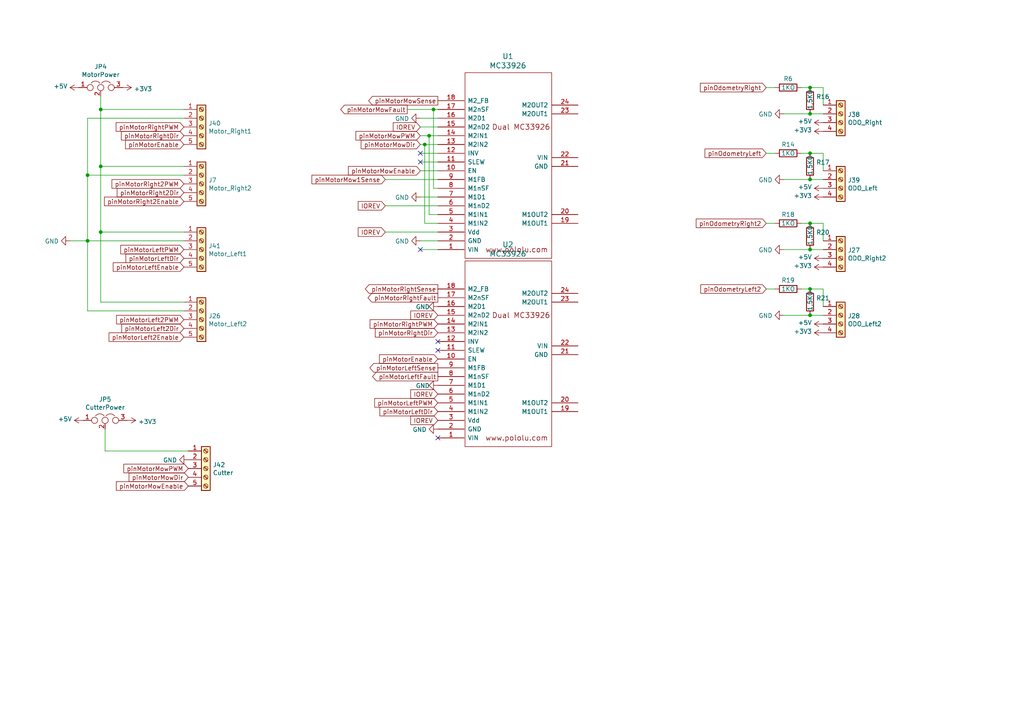
<source format=kicad_sch>
(kicad_sch (version 20210406) (generator eeschema)
  (paper "A4")
  (lib_symbols
    (symbol "Ardumower-rescue:MC33926-Lötpad_2,5mm" (pin_names (offset 1.016))
      (property "Reference" "U" (at -1.27 -24.13 0))
      (property "Value" "MC33926-Lötpad_2,5mm" (at -0.762 27.94 0))
      (symbol "MC33926-Lötpad_2,5mm_0_0"
        (text "Dual MC33926" (at 2.54 16.51 0) (effects (font (size 1.524 1.524))))
        (text "www.pololu.com" (at 1.27 -19.05 0) (effects (font (size 1.524 1.524))))
      )
      (symbol "MC33926-Lötpad_2,5mm_0_1"
        (rectangle (start -13.716 32.258) (end 11.43 -21.59))
      )
      (symbol "MC33926-Lötpad_2,5mm_1_1"
        (pin input line (at -21.59 -19.05 0) (length 7.62) (name "VIN") (number "1"))
        (pin input line (at -21.59 3.81 0) (length 7.62) (name "EN") (number "10"))
        (pin input line (at -21.59 6.35 0) (length 7.62) (name "SLEW") (number "11"))
        (pin input line (at -21.59 8.89 0) (length 7.62) (name "INV") (number "12"))
        (pin input line (at -21.59 11.43 0) (length 7.62) (name "M2IN2") (number "13"))
        (pin input line (at -21.59 13.97 0) (length 7.62) (name "M2IN1") (number "14"))
        (pin input line (at -21.59 16.51 0) (length 7.62) (name "M2nD2") (number "15"))
        (pin input line (at -21.59 19.05 0) (length 7.62) (name "M2D1") (number "16"))
        (pin input line (at -21.59 21.59 0) (length 7.62) (name "M2nSF") (number "17"))
        (pin input line (at -21.59 24.13 0) (length 7.62) (name "M2_FB") (number "18"))
        (pin input line (at 19.05 -11.43 180) (length 7.62) (name "M1OUT1") (number "19"))
        (pin input line (at -21.59 -16.51 0) (length 7.62) (name "GND") (number "2"))
        (pin input line (at 19.05 -8.89 180) (length 7.62) (name "M1OUT2") (number "20"))
        (pin input line (at 19.05 5.08 180) (length 7.62) (name "GND") (number "21"))
        (pin input line (at 19.05 7.62 180) (length 7.62) (name "VIN") (number "22"))
        (pin input line (at 19.05 20.32 180) (length 7.62) (name "M2OUT1") (number "23"))
        (pin input line (at 19.05 22.86 180) (length 7.62) (name "M2OUT2") (number "24"))
        (pin input line (at -21.59 -13.97 0) (length 7.62) (name "Vdd") (number "3"))
        (pin input line (at -21.59 -11.43 0) (length 7.62) (name "M1IN2") (number "4"))
        (pin input line (at -21.59 -8.89 0) (length 7.62) (name "M1IN1") (number "5"))
        (pin input line (at -21.59 -6.35 0) (length 7.62) (name "M1nD2") (number "6"))
        (pin input line (at -21.59 -3.81 0) (length 7.62) (name "M1D1") (number "7"))
        (pin input line (at -21.59 -1.27 0) (length 7.62) (name "M1nSF") (number "8"))
        (pin input line (at -21.59 1.27 0) (length 7.62) (name "M1FB") (number "9"))
      )
    )
    (symbol "Connector:Screw_Terminal_01x04" (pin_names (offset 1.016) hide)
      (property "Reference" "J" (at 0 5.08 0))
      (property "Value" "Screw_Terminal_01x04" (at 0 -7.62 0))
      (symbol "Screw_Terminal_01x04_1_1"
        (circle (center 0 -5.08) (radius 0.635) (stroke (width 0.1524)))
        (circle (center 0 -2.54) (radius 0.635) (stroke (width 0.1524)))
        (circle (center 0 0) (radius 0.635) (stroke (width 0.1524)))
        (circle (center 0 2.54) (radius 0.635) (stroke (width 0.1524)))
        (rectangle (start -1.27 3.81) (end 1.27 -6.35) (stroke (width 0.254)) (fill (type background)))
        (polyline (pts (xy -0.5334 -4.7498) (xy 0.3302 -5.588)) (stroke (width 0.1524)))
        (polyline (pts (xy -0.5334 -2.2098) (xy 0.3302 -3.048)) (stroke (width 0.1524)))
        (polyline (pts (xy -0.5334 0.3302) (xy 0.3302 -0.508)) (stroke (width 0.1524)))
        (polyline (pts (xy -0.5334 2.8702) (xy 0.3302 2.032)) (stroke (width 0.1524)))
        (polyline (pts (xy -0.3556 -4.572) (xy 0.508 -5.4102)) (stroke (width 0.1524)))
        (polyline (pts (xy -0.3556 -2.032) (xy 0.508 -2.8702)) (stroke (width 0.1524)))
        (polyline (pts (xy -0.3556 0.508) (xy 0.508 -0.3302)) (stroke (width 0.1524)))
        (polyline (pts (xy -0.3556 3.048) (xy 0.508 2.2098)) (stroke (width 0.1524)))
        (pin passive line (at -5.08 2.54 0) (length 3.81) (name "Pin_1") (number "1"))
        (pin passive line (at -5.08 0 0) (length 3.81) (name "Pin_2") (number "2"))
        (pin passive line (at -5.08 -2.54 0) (length 3.81) (name "Pin_3") (number "3"))
        (pin passive line (at -5.08 -5.08 0) (length 3.81) (name "Pin_4") (number "4"))
      )
    )
    (symbol "Connector:Screw_Terminal_01x05" (pin_names (offset 1.016) hide)
      (property "Reference" "J" (at 0 7.62 0))
      (property "Value" "Screw_Terminal_01x05" (at 0 -7.62 0))
      (symbol "Screw_Terminal_01x05_1_1"
        (circle (center 0 -5.08) (radius 0.635) (stroke (width 0.1524)))
        (circle (center 0 -2.54) (radius 0.635) (stroke (width 0.1524)))
        (circle (center 0 0) (radius 0.635) (stroke (width 0.1524)))
        (circle (center 0 2.54) (radius 0.635) (stroke (width 0.1524)))
        (circle (center 0 5.08) (radius 0.635) (stroke (width 0.1524)))
        (rectangle (start -1.27 6.35) (end 1.27 -6.35) (stroke (width 0.254)) (fill (type background)))
        (polyline (pts (xy -0.5334 -4.7498) (xy 0.3302 -5.588)) (stroke (width 0.1524)))
        (polyline (pts (xy -0.5334 -2.2098) (xy 0.3302 -3.048)) (stroke (width 0.1524)))
        (polyline (pts (xy -0.5334 0.3302) (xy 0.3302 -0.508)) (stroke (width 0.1524)))
        (polyline (pts (xy -0.5334 2.8702) (xy 0.3302 2.032)) (stroke (width 0.1524)))
        (polyline (pts (xy -0.5334 5.4102) (xy 0.3302 4.572)) (stroke (width 0.1524)))
        (polyline (pts (xy -0.3556 -4.572) (xy 0.508 -5.4102)) (stroke (width 0.1524)))
        (polyline (pts (xy -0.3556 -2.032) (xy 0.508 -2.8702)) (stroke (width 0.1524)))
        (polyline (pts (xy -0.3556 0.508) (xy 0.508 -0.3302)) (stroke (width 0.1524)))
        (polyline (pts (xy -0.3556 3.048) (xy 0.508 2.2098)) (stroke (width 0.1524)))
        (polyline (pts (xy -0.3556 5.588) (xy 0.508 4.7498)) (stroke (width 0.1524)))
        (pin passive line (at -5.08 5.08 0) (length 3.81) (name "Pin_1") (number "1"))
        (pin passive line (at -5.08 2.54 0) (length 3.81) (name "Pin_2") (number "2"))
        (pin passive line (at -5.08 0 0) (length 3.81) (name "Pin_3") (number "3"))
        (pin passive line (at -5.08 -2.54 0) (length 3.81) (name "Pin_4") (number "4"))
        (pin passive line (at -5.08 -5.08 0) (length 3.81) (name "Pin_5") (number "5"))
      )
    )
    (symbol "Device:Jumper_NC_Dual" (pin_names (offset 0.762) hide)
      (property "Reference" "JP" (at 1.27 -2.54 0))
      (property "Value" "Jumper_NC_Dual" (at 0 2.54 0))
      (symbol "Jumper_NC_Dual_0_1"
        (arc (start -0.254 1.27) (end -2.794 1.27) (radius (at -1.524 0.254) (length 1.6256) (angles 38.6 141.3)))
        (arc (start 2.794 1.27) (end 0.254 1.27) (radius (at 1.524 0.254) (length 1.6256) (angles 38.6 141.3)))
        (circle (center -3.048 0) (radius 0.889))
        (circle (center 0 0) (radius 0.9144))
        (circle (center 3.048 0) (radius 0.889))
        (pin passive line (at -6.35 0 0) (length 2.413) (name "1") (number "1"))
        (pin passive line (at 0 -2.54 90) (length 1.524) (name "2") (number "2"))
        (pin passive line (at 6.35 0 180) (length 2.413) (name "3") (number "3"))
      )
    )
    (symbol "Device:R" (pin_numbers hide) (pin_names (offset 0))
      (property "Reference" "R" (at 2.032 0 90))
      (property "Value" "R" (at 0 0 90))
      (symbol "R_0_1"
        (rectangle (start -1.016 -2.54) (end 1.016 2.54) (stroke (width 0.254)))
      )
      (symbol "R_1_1"
        (pin passive line (at 0 3.81 270) (length 1.27) (name "~") (number "1"))
        (pin passive line (at 0 -3.81 90) (length 1.27) (name "~") (number "2"))
      )
    )
    (symbol "power:+3.3V" (power) (pin_names (offset 0))
      (property "Value" "+3.3V" (at 0 3.556 0))
      (symbol "+3.3V_0_1"
        (polyline (pts (xy -0.762 1.27) (xy 0 2.54)))
        (polyline (pts (xy 0 0) (xy 0 2.54)))
        (polyline (pts (xy 0 2.54) (xy 0.762 1.27)))
      )
      (symbol "+3.3V_1_1"
        (pin power_in line (at 0 0 90) (length 0) hide (name "+3V3") (number "1"))
      )
    )
    (symbol "power:+5V" (power) (pin_names (offset 0))
      (property "Value" "+5V" (at 0 3.556 0))
      (symbol "+5V_0_1"
        (polyline (pts (xy -0.762 1.27) (xy 0 2.54)))
        (polyline (pts (xy 0 0) (xy 0 2.54)))
        (polyline (pts (xy 0 2.54) (xy 0.762 1.27)))
      )
      (symbol "+5V_1_1"
        (pin power_in line (at 0 0 90) (length 0) hide (name "+5V") (number "1"))
      )
    )
    (symbol "power:GND" (power) (pin_names (offset 0))
      (property "Value" "GND" (at 0 -3.81 0))
      (symbol "GND_0_1"
        (polyline (pts (xy 0 0) (xy 0 -1.27) (xy 1.27 -1.27) (xy 0 -2.54) (xy -1.27 -1.27) (xy 0 -1.27)))
      )
      (symbol "GND_1_1"
        (pin power_in line (at 0 0 270) (length 0) hide (name "GND") (number "1"))
      )
    )
  )
  (junction (at 25.4 50.8) (diameter 0.9144))
  (junction (at 25.4 69.85) (diameter 0.9144))
  (junction (at 29.21 31.75) (diameter 0.9144))
  (junction (at 29.21 48.26) (diameter 0.9144))
  (junction (at 29.21 67.31) (diameter 0.9144))
  (junction (at 123.19 41.91) (diameter 0.9144))
  (junction (at 124.46 39.37) (diameter 0.9144))
  (junction (at 125.73 31.75) (diameter 0.9144))
  (junction (at 234.95 25.4) (diameter 0.9144))
  (junction (at 234.95 33.02) (diameter 0.9144))
  (junction (at 234.95 44.45) (diameter 0.9144))
  (junction (at 234.95 52.07) (diameter 0.9144))
  (junction (at 234.95 64.77) (diameter 0.9144))
  (junction (at 234.95 72.39) (diameter 0.9144))
  (junction (at 234.95 83.82) (diameter 0.9144))
  (junction (at 234.95 91.44) (diameter 0.9144))
  (no_connect (at 121.92 44.45))
  (no_connect (at 121.92 46.99))
  (no_connect (at 121.92 72.39))
  (no_connect (at 127 99.06))
  (no_connect (at 127 101.6))
  (no_connect (at 127 127))
  (wire (pts (xy 20.32 69.85) (xy 25.4 69.85)))
  (wire (pts (xy 25.4 34.29) (xy 25.4 50.8)))
  (wire (pts (xy 25.4 50.8) (xy 25.4 69.85)))
  (wire (pts (xy 25.4 69.85) (xy 25.4 90.17)))
  (wire (pts (xy 25.4 69.85) (xy 53.34 69.85)))
  (wire (pts (xy 25.4 90.17) (xy 53.34 90.17)))
  (wire (pts (xy 29.21 27.94) (xy 29.21 31.75)))
  (wire (pts (xy 29.21 31.75) (xy 29.21 48.26)))
  (wire (pts (xy 29.21 67.31) (xy 29.21 48.26)))
  (wire (pts (xy 29.21 67.31) (xy 29.21 87.63)))
  (wire (pts (xy 30.48 124.46) (xy 30.48 130.81)))
  (wire (pts (xy 30.48 130.81) (xy 54.61 130.81)))
  (wire (pts (xy 53.34 31.75) (xy 29.21 31.75)))
  (wire (pts (xy 53.34 34.29) (xy 25.4 34.29)))
  (wire (pts (xy 53.34 48.26) (xy 29.21 48.26)))
  (wire (pts (xy 53.34 50.8) (xy 25.4 50.8)))
  (wire (pts (xy 53.34 67.31) (xy 29.21 67.31)))
  (wire (pts (xy 53.34 87.63) (xy 29.21 87.63)))
  (wire (pts (xy 111.76 52.07) (xy 127 52.07)))
  (wire (pts (xy 111.76 59.69) (xy 127 59.69)))
  (wire (pts (xy 111.76 67.31) (xy 127 67.31)))
  (wire (pts (xy 118.11 31.75) (xy 125.73 31.75)))
  (wire (pts (xy 121.92 34.29) (xy 127 34.29)))
  (wire (pts (xy 121.92 36.83) (xy 127 36.83)))
  (wire (pts (xy 121.92 39.37) (xy 124.46 39.37)))
  (wire (pts (xy 121.92 41.91) (xy 123.19 41.91)))
  (wire (pts (xy 121.92 44.45) (xy 127 44.45)))
  (wire (pts (xy 121.92 46.99) (xy 127 46.99)))
  (wire (pts (xy 121.92 49.53) (xy 127 49.53)))
  (wire (pts (xy 121.92 57.15) (xy 127 57.15)))
  (wire (pts (xy 121.92 69.85) (xy 127 69.85)))
  (wire (pts (xy 121.92 72.39) (xy 127 72.39)))
  (wire (pts (xy 123.19 41.91) (xy 127 41.91)))
  (wire (pts (xy 123.19 64.77) (xy 123.19 41.91)))
  (wire (pts (xy 124.46 39.37) (xy 127 39.37)))
  (wire (pts (xy 124.46 62.23) (xy 124.46 39.37)))
  (wire (pts (xy 125.73 31.75) (xy 127 31.75)))
  (wire (pts (xy 125.73 54.61) (xy 125.73 31.75)))
  (wire (pts (xy 127 54.61) (xy 125.73 54.61)))
  (wire (pts (xy 127 62.23) (xy 124.46 62.23)))
  (wire (pts (xy 127 64.77) (xy 123.19 64.77)))
  (wire (pts (xy 222.25 25.4) (xy 224.79 25.4)))
  (wire (pts (xy 222.25 44.45) (xy 224.79 44.45)))
  (wire (pts (xy 222.25 64.77) (xy 224.79 64.77)))
  (wire (pts (xy 222.25 83.82) (xy 224.79 83.82)))
  (wire (pts (xy 232.41 25.4) (xy 234.95 25.4)))
  (wire (pts (xy 232.41 44.45) (xy 234.95 44.45)))
  (wire (pts (xy 232.41 64.77) (xy 234.95 64.77)))
  (wire (pts (xy 232.41 83.82) (xy 234.95 83.82)))
  (wire (pts (xy 234.95 25.4) (xy 238.76 25.4)))
  (wire (pts (xy 234.95 33.02) (xy 227.33 33.02)))
  (wire (pts (xy 234.95 44.45) (xy 238.76 44.45)))
  (wire (pts (xy 234.95 52.07) (xy 227.33 52.07)))
  (wire (pts (xy 234.95 64.77) (xy 238.76 64.77)))
  (wire (pts (xy 234.95 72.39) (xy 227.33 72.39)))
  (wire (pts (xy 234.95 83.82) (xy 238.76 83.82)))
  (wire (pts (xy 234.95 91.44) (xy 227.33 91.44)))
  (wire (pts (xy 238.76 25.4) (xy 238.76 30.48)))
  (wire (pts (xy 238.76 33.02) (xy 234.95 33.02)))
  (wire (pts (xy 238.76 44.45) (xy 238.76 49.53)))
  (wire (pts (xy 238.76 52.07) (xy 234.95 52.07)))
  (wire (pts (xy 238.76 64.77) (xy 238.76 69.85)))
  (wire (pts (xy 238.76 72.39) (xy 234.95 72.39)))
  (wire (pts (xy 238.76 83.82) (xy 238.76 88.9)))
  (wire (pts (xy 238.76 91.44) (xy 234.95 91.44)))
  (global_label "pinMotorRightPWM" (shape input) (at 53.34 36.83 180) (property "Intersheet References" "${INTERSHEET_REFS}" (effects hide)))
  (global_label "pinMotorRightDir" (shape input) (at 53.34 39.37 180) (property "Intersheet References" "${INTERSHEET_REFS}" (effects hide)))
  (global_label "pinMotorEnable" (shape input) (at 53.34 41.91 180) (property "Intersheet References" "${INTERSHEET_REFS}" (effects hide)))
  (global_label "pinMotorRight2PWM" (shape input) (at 53.34 53.34 180) (property "Intersheet References" "${INTERSHEET_REFS}" (effects hide)))
  (global_label "pinMotorRight2Dir" (shape input) (at 53.34 55.88 180) (property "Intersheet References" "${INTERSHEET_REFS}" (effects hide)))
  (global_label "pinMotorRight2Enable" (shape input) (at 53.34 58.42 180) (property "Intersheet References" "${INTERSHEET_REFS}" (effects hide)))
  (global_label "pinMotorLeftPWM" (shape input) (at 53.34 72.39 180) (property "Intersheet References" "${INTERSHEET_REFS}" (effects hide)))
  (global_label "pinMotorLeftDir" (shape input) (at 53.34 74.93 180) (property "Intersheet References" "${INTERSHEET_REFS}" (effects hide)))
  (global_label "pinMotorLeftEnable" (shape input) (at 53.34 77.47 180) (property "Intersheet References" "${INTERSHEET_REFS}" (effects hide)))
  (global_label "pinMotorLeft2PWM" (shape input) (at 53.34 92.71 180) (property "Intersheet References" "${INTERSHEET_REFS}" (effects hide)))
  (global_label "pinMotorLeft2Dir" (shape input) (at 53.34 95.25 180) (property "Intersheet References" "${INTERSHEET_REFS}" (effects hide)))
  (global_label "pinMotorLeft2Enable" (shape input) (at 53.34 97.79 180) (property "Intersheet References" "${INTERSHEET_REFS}" (effects hide)))
  (global_label "pinMotorMowPWM" (shape input) (at 54.61 135.89 180) (property "Intersheet References" "${INTERSHEET_REFS}" (effects hide)))
  (global_label "pinMotorMowDir" (shape input) (at 54.61 138.43 180) (property "Intersheet References" "${INTERSHEET_REFS}" (effects hide)))
  (global_label "pinMotorMowEnable" (shape input) (at 54.61 140.97 180) (property "Intersheet References" "${INTERSHEET_REFS}" (effects hide)))
  (global_label "pinMotorMow1Sense" (shape input) (at 111.76 52.07 180) (property "Intersheet References" "${INTERSHEET_REFS}" (effects hide)))
  (global_label "IOREV" (shape input) (at 111.76 59.69 180) (property "Intersheet References" "${INTERSHEET_REFS}" (effects hide)))
  (global_label "IOREV" (shape input) (at 111.76 67.31 180) (property "Intersheet References" "${INTERSHEET_REFS}" (effects hide)))
  (global_label "pinMotorMowFault" (shape output) (at 118.11 31.75 180) (property "Intersheet References" "${INTERSHEET_REFS}" (effects hide)))
  (global_label "IOREV" (shape input) (at 121.92 36.83 180) (property "Intersheet References" "${INTERSHEET_REFS}" (effects hide)))
  (global_label "pinMotorMowPWM" (shape input) (at 121.92 39.37 180) (property "Intersheet References" "${INTERSHEET_REFS}" (effects hide)))
  (global_label "pinMotorMowDir" (shape input) (at 121.92 41.91 180) (property "Intersheet References" "${INTERSHEET_REFS}" (effects hide)))
  (global_label "pinMotorMowEnable" (shape input) (at 121.92 49.53 180) (property "Intersheet References" "${INTERSHEET_REFS}" (effects hide)))
  (global_label "pinMotorMowSense" (shape output) (at 127 29.21 180) (property "Intersheet References" "${INTERSHEET_REFS}" (effects hide)))
  (global_label "pinMotorRightSense" (shape output) (at 127 83.82 180) (property "Intersheet References" "${INTERSHEET_REFS}" (effects hide)))
  (global_label "pinMotorRightFault" (shape output) (at 127 86.36 180) (property "Intersheet References" "${INTERSHEET_REFS}" (effects hide)))
  (global_label "IOREV" (shape input) (at 127 91.44 180) (property "Intersheet References" "${INTERSHEET_REFS}" (effects hide)))
  (global_label "pinMotorRightPWM" (shape input) (at 127 93.98 180) (property "Intersheet References" "${INTERSHEET_REFS}" (effects hide)))
  (global_label "pinMotorRightDir" (shape input) (at 127 96.52 180) (property "Intersheet References" "${INTERSHEET_REFS}" (effects hide)))
  (global_label "pinMotorEnable" (shape input) (at 127 104.14 180) (property "Intersheet References" "${INTERSHEET_REFS}" (effects hide)))
  (global_label "pinMotorLeftSense" (shape output) (at 127 106.68 180) (property "Intersheet References" "${INTERSHEET_REFS}" (effects hide)))
  (global_label "pinMotorLeftFault" (shape output) (at 127 109.22 180) (property "Intersheet References" "${INTERSHEET_REFS}" (effects hide)))
  (global_label "IOREV" (shape input) (at 127 114.3 180) (property "Intersheet References" "${INTERSHEET_REFS}" (effects hide)))
  (global_label "pinMotorLeftPWM" (shape input) (at 127 116.84 180) (property "Intersheet References" "${INTERSHEET_REFS}" (effects hide)))
  (global_label "pinMotorLeftDir" (shape input) (at 127 119.38 180) (property "Intersheet References" "${INTERSHEET_REFS}" (effects hide)))
  (global_label "IOREV" (shape input) (at 127 121.92 180) (property "Intersheet References" "${INTERSHEET_REFS}" (effects hide)))
  (global_label "pinOdometryRight" (shape input) (at 222.25 25.4 180) (property "Intersheet References" "${INTERSHEET_REFS}" (effects hide)))
  (global_label "pinOdometryLeft" (shape input) (at 222.25 44.45 180) (property "Intersheet References" "${INTERSHEET_REFS}" (effects hide)))
  (global_label "pinOdometryRight2" (shape input) (at 222.25 64.77 180) (property "Intersheet References" "${INTERSHEET_REFS}" (effects hide)))
  (global_label "pinOdometryLeft2" (shape input) (at 222.25 83.82 180) (property "Intersheet References" "${INTERSHEET_REFS}" (effects hide)))
  (symbol (lib_id "power:+5V") (at 22.86 25.4 90) (unit 1)
    (property "Reference" "#PWR089" (effects hide))
    (property "Value" "+5V" (at 19.6088 25.019 90) (effects (justify left)))
  )
  (symbol (lib_id "power:+5V") (at 24.13 121.92 90) (unit 1)
    (property "Reference" "#PWR090" (effects hide))
    (property "Value" "+5V" (at 20.8788 121.539 90) (effects (justify left)))
  )
  (symbol (lib_id "power:+3.3V") (at 35.56 25.4 270) (unit 1)
    (property "Reference" "#PWR092" (effects hide))
    (property "Value" "+3.3V" (at 38.8112 25.781 90) (effects (justify left)))
  )
  (symbol (lib_id "power:+3.3V") (at 36.83 121.92 270) (unit 1)
    (property "Reference" "#PWR093" (effects hide))
    (property "Value" "+3.3V" (at 40.0812 122.301 90) (effects (justify left)))
  )
  (symbol (lib_id "power:+5V") (at 238.76 35.56 90) (unit 1)
    (property "Reference" "#PWR085" (effects hide))
    (property "Value" "+5V" (at 235.5088 35.179 90) (effects (justify left)))
  )
  (symbol (lib_id "power:+3.3V") (at 238.76 38.1 90) (unit 1)
    (property "Reference" "#PWR086" (effects hide))
    (property "Value" "+3.3V" (at 235.5088 37.719 90) (effects (justify left)))
  )
  (symbol (lib_id "power:+5V") (at 238.76 54.61 90) (unit 1)
    (property "Reference" "#PWR087" (effects hide))
    (property "Value" "+5V" (at 235.5088 54.229 90) (effects (justify left)))
  )
  (symbol (lib_id "power:+3.3V") (at 238.76 57.15 90) (unit 1)
    (property "Reference" "#PWR088" (effects hide))
    (property "Value" "+3.3V" (at 235.5088 56.769 90) (effects (justify left)))
  )
  (symbol (lib_id "power:+5V") (at 238.76 74.93 90) (unit 1)
    (property "Reference" "#PWR063" (effects hide))
    (property "Value" "+5V" (at 235.5088 74.549 90) (effects (justify left)))
  )
  (symbol (lib_id "power:+3.3V") (at 238.76 77.47 90) (unit 1)
    (property "Reference" "#PWR064" (effects hide))
    (property "Value" "+3.3V" (at 235.5088 77.089 90) (effects (justify left)))
  )
  (symbol (lib_id "power:+5V") (at 238.76 93.98 90) (unit 1)
    (property "Reference" "#PWR081" (effects hide))
    (property "Value" "+5V" (at 235.5088 93.599 90) (effects (justify left)))
  )
  (symbol (lib_id "power:+3.3V") (at 238.76 96.52 90) (unit 1)
    (property "Reference" "#PWR095" (effects hide))
    (property "Value" "+3.3V" (at 235.5088 96.139 90) (effects (justify left)))
  )
  (symbol (lib_id "power:GND") (at 20.32 69.85 270) (unit 1)
    (property "Reference" "#PWR091" (effects hide))
    (property "Value" "GND" (at 17.0688 69.977 90) (effects (justify right)))
  )
  (symbol (lib_id "power:GND") (at 54.61 133.35 270) (unit 1)
    (property "Reference" "#PWR094" (effects hide))
    (property "Value" "GND" (at 51.3588 133.477 90) (effects (justify right)))
  )
  (symbol (lib_id "power:GND") (at 121.92 34.29 270)
    (property "Reference" "#PWR053" (effects hide))
    (property "Value" "GND" (at 118.6688 34.417 90) (effects (justify right)))
  )
  (symbol (lib_id "power:GND") (at 121.92 57.15 270)
    (property "Reference" "#PWR054" (effects hide))
    (property "Value" "GND" (at 118.6688 57.277 90) (effects (justify right)))
  )
  (symbol (lib_id "power:GND") (at 121.92 69.85 270)
    (property "Reference" "#PWR055" (effects hide))
    (property "Value" "GND" (at 118.6688 69.977 90) (effects (justify right)))
  )
  (symbol (lib_id "power:GND") (at 127 88.9 270)
    (property "Reference" "#PWR056" (effects hide))
    (property "Value" "GND" (at 122.6058 89.027 90))
  )
  (symbol (lib_id "power:GND") (at 127 111.76 270)
    (property "Reference" "#PWR066" (effects hide))
    (property "Value" "GND" (at 122.6058 111.887 90))
  )
  (symbol (lib_id "power:GND") (at 127 124.46 270)
    (property "Reference" "#PWR058" (effects hide))
    (property "Value" "GND" (at 123.7488 124.587 90) (effects (justify right)))
  )
  (symbol (lib_id "power:GND") (at 227.33 33.02 270) (unit 1)
    (property "Reference" "#PWR067" (effects hide))
    (property "Value" "GND" (at 224.0788 33.147 90) (effects (justify right)))
  )
  (symbol (lib_id "power:GND") (at 227.33 52.07 270) (unit 1)
    (property "Reference" "#PWR082" (effects hide))
    (property "Value" "GND" (at 224.0788 52.197 90) (effects (justify right)))
  )
  (symbol (lib_id "power:GND") (at 227.33 72.39 270) (unit 1)
    (property "Reference" "#PWR060" (effects hide))
    (property "Value" "GND" (at 224.0788 72.517 90) (effects (justify right)))
  )
  (symbol (lib_id "power:GND") (at 227.33 91.44 270) (unit 1)
    (property "Reference" "#PWR061" (effects hide))
    (property "Value" "GND" (at 224.0788 91.567 90) (effects (justify right)))
  )
  (symbol (lib_id "Device:R") (at 228.6 25.4 270) (unit 1)
    (property "Reference" "R6" (at 228.6 22.86 90))
    (property "Value" "1KO" (at 228.6 25.4 90))
    (property "Footprint" "Resistor_THT:R_Axial_DIN0207_L6.3mm_D2.5mm_P2.54mm_Vertical" (effects hide))
  )
  (symbol (lib_id "Device:R") (at 228.6 44.45 270) (unit 1)
    (property "Reference" "R14" (at 228.6 41.91 90))
    (property "Value" "1KO" (at 228.6 44.45 90))
    (property "Footprint" "Resistor_THT:R_Axial_DIN0207_L6.3mm_D2.5mm_P2.54mm_Vertical" (effects hide))
  )
  (symbol (lib_id "Device:R") (at 228.6 64.77 270) (unit 1)
    (property "Reference" "R18" (at 228.6 62.23 90))
    (property "Value" "1KO" (at 228.6 64.77 90))
    (property "Footprint" "Resistor_THT:R_Axial_DIN0207_L6.3mm_D2.5mm_P2.54mm_Vertical" (effects hide))
  )
  (symbol (lib_id "Device:R") (at 228.6 83.82 270) (unit 1)
    (property "Reference" "R19" (at 228.6 81.28 90))
    (property "Value" "1KO" (at 228.6 83.82 90))
    (property "Footprint" "Resistor_THT:R_Axial_DIN0207_L6.3mm_D2.5mm_P2.54mm_Vertical" (effects hide))
  )
  (symbol (lib_id "Device:R") (at 234.95 29.21 0) (unit 1)
    (property "Reference" "R16" (at 236.728 28.0416 0) (effects (justify left)))
    (property "Value" "1,5KO" (at 234.95 31.75 90) (effects (justify left)))
    (property "Footprint" "Resistor_THT:R_Axial_DIN0207_L6.3mm_D2.5mm_P2.54mm_Vertical" (effects hide))
  )
  (symbol (lib_id "Device:R") (at 234.95 48.26 0) (unit 1)
    (property "Reference" "R17" (at 236.728 47.0916 0) (effects (justify left)))
    (property "Value" "1,5KO" (at 234.95 50.8 90) (effects (justify left)))
    (property "Footprint" "Resistor_THT:R_Axial_DIN0207_L6.3mm_D2.5mm_P2.54mm_Vertical" (effects hide))
  )
  (symbol (lib_id "Device:R") (at 234.95 68.58 0) (unit 1)
    (property "Reference" "R20" (at 236.728 67.4116 0) (effects (justify left)))
    (property "Value" "1,5KO" (at 234.95 71.12 90) (effects (justify left)))
    (property "Footprint" "Resistor_THT:R_Axial_DIN0207_L6.3mm_D2.5mm_P2.54mm_Vertical" (effects hide))
  )
  (symbol (lib_id "Device:R") (at 234.95 87.63 0) (unit 1)
    (property "Reference" "R21" (at 236.728 86.4616 0) (effects (justify left)))
    (property "Value" "1,5KO" (at 234.95 90.17 90) (effects (justify left)))
    (property "Footprint" "Resistor_THT:R_Axial_DIN0207_L6.3mm_D2.5mm_P2.54mm_Vertical" (effects hide))
  )
  (symbol (lib_id "Device:Jumper_NC_Dual") (at 29.21 25.4 0) (unit 1)
    (property "Reference" "JP4" (at 29.21 19.3294 0))
    (property "Value" "MotorPower" (at 29.21 21.6408 0))
    (property "Footprint" "Connector_PinSocket_2.54mm:PinSocket_1x03_P2.54mm_Vertical" (effects hide))
  )
  (symbol (lib_id "Device:Jumper_NC_Dual") (at 30.48 121.92 0) (unit 1)
    (property "Reference" "JP5" (at 30.48 115.8494 0))
    (property "Value" "CutterPower" (at 30.48 118.1608 0))
    (property "Footprint" "Connector_PinSocket_2.54mm:PinSocket_1x03_P2.54mm_Vertical" (effects hide))
  )
  (symbol (lib_id "Connector:Screw_Terminal_01x04") (at 243.84 33.02 0) (unit 1)
    (property "Reference" "J38" (at 245.872 33.2232 0) (effects (justify left)))
    (property "Value" "ODO_Right" (at 245.872 35.5346 0) (effects (justify left)))
    (property "Footprint" "Connector_JST:JST_XH_B4B-XH-A_1x04_P2.50mm_Vertical" (effects hide))
  )
  (symbol (lib_id "Connector:Screw_Terminal_01x04") (at 243.84 52.07 0) (unit 1)
    (property "Reference" "J39" (at 245.872 52.2732 0) (effects (justify left)))
    (property "Value" "ODO_Left" (at 245.872 54.5846 0) (effects (justify left)))
    (property "Footprint" "Connector_JST:JST_XH_B4B-XH-A_1x04_P2.50mm_Vertical" (effects hide))
  )
  (symbol (lib_id "Connector:Screw_Terminal_01x04") (at 243.84 72.39 0) (unit 1)
    (property "Reference" "J27" (at 245.872 72.5932 0) (effects (justify left)))
    (property "Value" "ODO_Right2" (at 245.872 74.9046 0) (effects (justify left)))
    (property "Footprint" "Connector_JST:JST_XH_B4B-XH-A_1x04_P2.50mm_Vertical" (effects hide))
  )
  (symbol (lib_id "Connector:Screw_Terminal_01x04") (at 243.84 91.44 0) (unit 1)
    (property "Reference" "J28" (at 245.872 91.6432 0) (effects (justify left)))
    (property "Value" "ODO_Left2" (at 245.872 93.9546 0) (effects (justify left)))
    (property "Footprint" "Connector_JST:JST_XH_B4B-XH-A_1x04_P2.50mm_Vertical" (effects hide))
  )
  (symbol (lib_id "Connector:Screw_Terminal_01x05") (at 58.42 36.83 0) (unit 1)
    (property "Reference" "J40" (at 60.452 35.7632 0) (effects (justify left)))
    (property "Value" "Motor_Right1" (at 60.452 38.0746 0) (effects (justify left)))
    (property "Footprint" "Connector_JST:JST_XH_B5B-XH-A_1x05_P2.50mm_Vertical" (effects hide))
  )
  (symbol (lib_id "Connector:Screw_Terminal_01x05") (at 58.42 53.34 0) (unit 1)
    (property "Reference" "J7" (at 60.452 52.2732 0) (effects (justify left)))
    (property "Value" "Motor_Right2" (at 60.452 54.5846 0) (effects (justify left)))
    (property "Footprint" "Connector_JST:JST_XH_B5B-XH-A_1x05_P2.50mm_Vertical" (effects hide))
  )
  (symbol (lib_id "Connector:Screw_Terminal_01x05") (at 58.42 72.39 0) (unit 1)
    (property "Reference" "J41" (at 60.452 71.3232 0) (effects (justify left)))
    (property "Value" "Motor_Left1" (at 60.452 73.6346 0) (effects (justify left)))
    (property "Footprint" "Connector_JST:JST_XH_B5B-XH-A_1x05_P2.50mm_Vertical" (effects hide))
  )
  (symbol (lib_id "Connector:Screw_Terminal_01x05") (at 58.42 92.71 0) (unit 1)
    (property "Reference" "J26" (at 60.452 91.6432 0) (effects (justify left)))
    (property "Value" "Motor_Left2" (at 60.452 93.9546 0) (effects (justify left)))
    (property "Footprint" "Connector_JST:JST_XH_B5B-XH-A_1x05_P2.50mm_Vertical" (effects hide))
  )
  (symbol (lib_id "Connector:Screw_Terminal_01x05") (at 59.69 135.89 0) (unit 1)
    (property "Reference" "J42" (at 61.722 134.8232 0) (effects (justify left)))
    (property "Value" "Cutter" (at 61.722 137.1346 0) (effects (justify left)))
    (property "Footprint" "Connector_JST:JST_XH_B5B-XH-A_1x05_P2.50mm_Vertical" (effects hide))
  )
  (symbol (lib_id "Ardumower-rescue:MC33926-Lötpad_2,5mm") (at 148.59 53.34 0)
    (property "Reference" "U1" (at 147.32 16.3322 0) (effects (font (size 1.524 1.524))))
    (property "Value" "MC33926" (at 147.32 19.0246 0) (effects (font (size 1.524 1.524))))
    (property "Footprint" "Zimprich:MC_33926_31polig_mit_Bohrloch_neue_Masse" (effects hide))
  )
  (symbol (lib_id "Ardumower-rescue:MC33926-Lötpad_2,5mm") (at 148.59 107.95 0)
    (property "Reference" "U2" (at 147.32 70.9422 0) (effects (font (size 1.524 1.524))))
    (property "Value" "MC33926" (at 147.32 73.6346 0) (effects (font (size 1.524 1.524))))
    (property "Footprint" "Zimprich:MC_33926_31polig_mit_Bohrloch_neue_Masse" (effects hide))
  )
)
</source>
